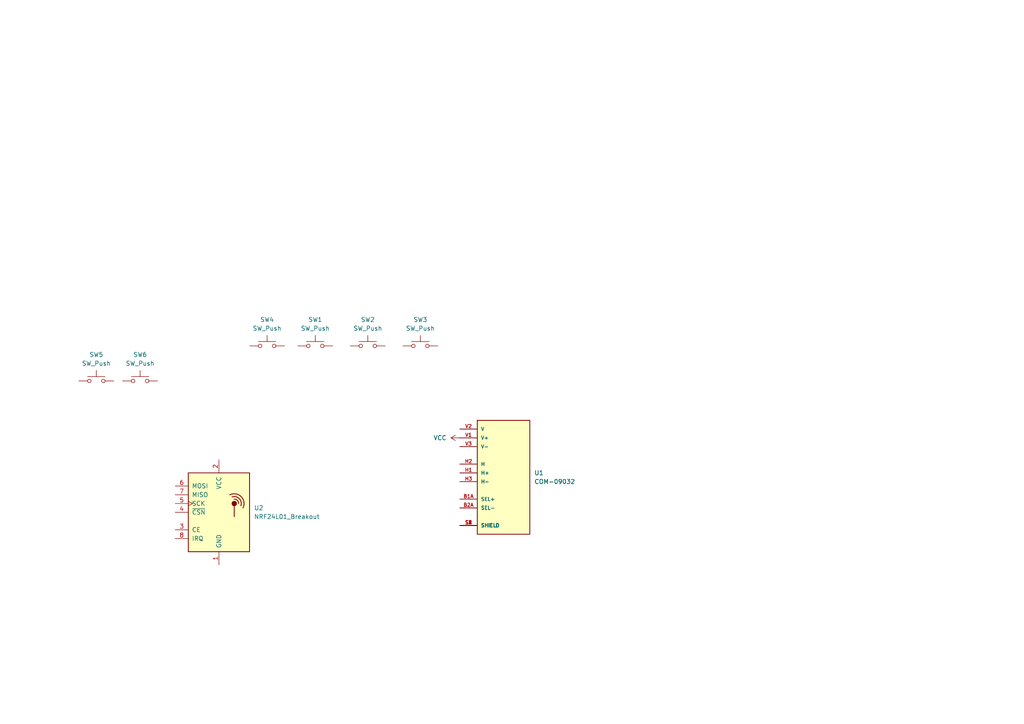
<source format=kicad_sch>
(kicad_sch (version 20250114) (generator "eeschema") (generator_version "9.0")
  (paper "A4")
  (lib_symbols
    (symbol "Joys:COM-09032" (pin_names (offset 1.016))
      (property "Reference" "U" (at -7.62 16.002 0))
      (property "Value" "COM-09032" (at -7.62 -20.32 0))
      (symbol "COM-09032_0_0"
        (rectangle (start -7.62 -17.78) (end 7.62 15.24) (stroke (width 0.254)) (fill (type background)))
        (pin passive line (at -12.7 12.7 0) (length 5.08) (name "V") (number "V2"))
        (pin passive line (at -12.7 10.16 0) (length 5.08) (name "V+") (number "V1"))
        (pin passive line (at -12.7 7.62 0) (length 5.08) (name "V-") (number "V3"))
        (pin passive line (at -12.7 2.54 0) (length 5.08) (name "H") (number "H2"))
        (pin passive line (at -12.7 0 0) (length 5.08) (name "H+") (number "H1"))
        (pin passive line (at -12.7 -2.54 0) (length 5.08) (name "H-") (number "H3"))
        (pin passive line (at -12.7 -7.62 0) (length 5.08) (name "SEL+") (number "B1A"))
        (pin passive line (at -12.7 -10.16 0) (length 5.08) (name "SEL-") (number "B2A"))
        (pin passive line (at -12.7 -15.24 0) (length 5.08) (name "SHIELD") (number "S1"))
        (pin passive line (at -12.7 -15.24 0) (length 5.08) (name "SHIELD") (number "S2"))
        (pin passive line (at -12.7 -15.24 0) (length 5.08) (name "SHIELD") (number "S3"))
        (pin passive line (at -12.7 -15.24 0) (length 5.08) (name "SHIELD") (number "S4"))
      )
    )
    (symbol "RF:NRF24L01_Breakout" (pin_names (offset 1.016))
      (property "Reference" "U" (at -8.89 12.7 0))
      (property "Value" "NRF24L01_Breakout" (at 3.81 12.7 0))
      (symbol "NRF24L01_Breakout_0_1"
        (rectangle (start -8.89 11.43) (end 8.89 -11.43) (stroke (width 0.254)) (fill (type background)))
        (arc (start 3.175 5.08) (mid 6.453 4.548) (end 6.985 1.27) (stroke (width 0.254)))
        (circle (center 4.445 2.54) (radius 0.635) (stroke (width 0.254)) (fill (type outline)))
        (polyline (pts (xy 4.445 1.905) (xy 4.445 -1.27)) (stroke (width 0.254)))
        (arc (start 3.81 4.445) (mid 5.8835 3.9785) (end 6.35 1.905) (stroke (width 0.254)))
        (arc (start 4.445 3.81) (mid 5.3558 3.4508) (end 5.715 2.54) (stroke (width 0.254)))
      )
      (symbol "NRF24L01_Breakout_1_1"
        (pin input line (at -12.7 7.62 0) (length 3.81) (name "MOSI") (number "6"))
        (pin output line (at -12.7 5.08 0) (length 3.81) (name "MISO") (number "7"))
        (pin input clock (at -12.7 2.54 0) (length 3.81) (name "SCK") (number "5"))
        (pin input line (at -12.7 0 0) (length 3.81) (name "~{CSN}") (number "4"))
        (pin input line (at -12.7 -5.08 0) (length 3.81) (name "CE") (number "3"))
        (pin output line (at -12.7 -7.62 0) (length 3.81) (name "IRQ") (number "8"))
        (pin power_in line (at 0 15.24 270) (length 3.81) (name "VCC") (number "2"))
        (pin power_in line (at 0 -15.24 90) (length 3.81) (name "GND") (number "1"))
      )
    )
    (symbol "Switch:SW_Push" (pin_numbers (hide yes)) (pin_names (offset 1.016) (hide yes))
      (property "Reference" "SW" (at 1.27 2.54 0))
      (property "Value" "SW_Push" (at 0 -1.524 0))
      (symbol "SW_Push_0_1"
        (circle (center -2.032 0) (radius 0.508))
        (polyline (pts (xy 0 1.27) (xy 0 3.048)))
        (circle (center 2.032 0) (radius 0.508))
        (polyline (pts (xy 2.54 1.27) (xy -2.54 1.27)))
        (pin passive line (at -5.08 0 0) (length 2.54) (name "1") (number "1"))
        (pin passive line (at 5.08 0 180) (length 2.54) (name "2") (number "2"))
      )
    )
    (symbol "power:VCC" (power) (pin_numbers (hide yes)) (pin_names (offset 0) (hide yes))
      (property "Value" "VCC" (at 0 3.556 0))
      (symbol "VCC_0_1"
        (polyline (pts (xy -0.762 1.27) (xy 0 2.54)))
        (polyline (pts (xy 0 2.54) (xy 0.762 1.27)))
        (polyline (pts (xy 0 0) (xy 0 2.54)))
      )
      (symbol "VCC_1_1"
        (pin power_in line (at 0 0 90) (length 0) (name "~") (number "1"))
      )
    )
  )
  (symbol (lib_id "Switch:SW_Push") (at 77.47 100.33 0) (unit 1)
    (property "Reference" "SW4" (at 77.47 92.71 0))
    (property "Value" "SW_Push" (at 77.47 95.25 0))
    (property "Description" "Push button switch, generic, two pins" (effects (hide yes)))
  )
  (symbol (lib_id "Switch:SW_Push") (at 27.94 110.49 0) (unit 1)
    (property "Reference" "SW5" (at 27.94 102.87 0))
    (property "Value" "SW_Push" (at 27.94 105.41 0))
    (property "Description" "Push button switch, generic, two pins" (effects (hide yes)))
  )
  (symbol (lib_id "Switch:SW_Push") (at 106.68 100.33 0) (unit 1)
    (property "Reference" "SW2" (at 106.68 92.71 0))
    (property "Value" "SW_Push" (at 106.68 95.25 0))
    (property "Description" "Push button switch, generic, two pins" (effects (hide yes)))
  )
  (symbol (lib_id "power:VCC") (at 133.35 127 90) (unit 1)
    (property "Reference" "#PWR01" (effects (hide yes)))
    (property "Value" "VCC" (at 129.54 126.9999 90) (effects (justify left)))
    (property "Description" "Power symbol creates a global label with name \"VCC\"" (effects (hide yes)))
  )
  (symbol (lib_id "Switch:SW_Push") (at 91.44 100.33 0) (unit 1)
    (property "Reference" "SW1" (at 91.44 92.71 0))
    (property "Value" "SW_Push" (at 91.44 95.25 0))
    (property "Description" "Push button switch, generic, two pins" (effects (hide yes)))
  )
  (symbol (lib_id "Joys:COM-09032") (at 146.05 137.16 0) (unit 1)
    (property "Reference" "U1" (at 154.94 137.1599 0) (effects (justify left)))
    (property "Value" "COM-09032" (at 154.94 139.6999 0) (effects (justify left)))
    (property "Footprint" "Joys:XDCR_COM-09032" (effects (hide yes)))
    (property "MF" "SparkFun Electronics" (effects (hide yes)))
    (property "MAXIMUM_PACKAGE_HEIGHT" "30.1mm" (effects (hide yes)))
    (property "Package" "Package" (effects (hide yes)))
    (property "Price" "None" (effects (hide yes)))
    (property "Check_prices" "https://www.snapeda.com/parts/COM-09032/SparkFun/view-part/?ref=eda" (effects (hide yes)))
    (property "STANDARD" "Manufacturer Recommendations" (effects (hide yes)))
    (property "PARTREV" "N/A" (effects (hide yes)))
    (property "SnapEDA_Link" "https://www.snapeda.com/parts/COM-09032/SparkFun/view-part/?ref=snap" (effects (hide yes)))
    (property "MP" "COM-09032" (effects (hide yes)))
    (property "Description_1" "Joystick, 2 - Axis Analog (Resistive) Output" (effects (hide yes)))
    (property "Availability" "In Stock" (effects (hide yes)))
    (property "MANUFACTURER" "SparkFun Electronics" (effects (hide yes)))
  )
  (symbol (lib_id "Switch:SW_Push") (at 40.64 110.49 0) (unit 1)
    (property "Reference" "SW6" (at 40.64 102.87 0))
    (property "Value" "SW_Push" (at 40.64 105.41 0))
    (property "Description" "Push button switch, generic, two pins" (effects (hide yes)))
  )
  (symbol (lib_id "RF:NRF24L01_Breakout") (at 63.5 148.59 0) (unit 1)
    (property "Reference" "U2" (at 73.66 147.3199 0) (effects (justify left)))
    (property "Value" "NRF24L01_Breakout" (at 73.66 149.8599 0) (effects (justify left)))
    (property "Footprint" "RF_Module:nRF24L01_Breakout" (effects (hide yes)))
    (property "Datasheet" "http://www.nordicsemi.com/eng/content/download/2730/34105/file/nRF24L01_Product_Specification_v2_0.pdf" (effects (hide yes)))
    (property "Description" "Ultra low power 2.4GHz RF Transceiver, Carrier PCB" (effects (hide yes)))
  )
  (symbol (lib_id "Switch:SW_Push") (at 121.92 100.33 0) (unit 1)
    (property "Reference" "SW3" (at 121.92 92.71 0))
    (property "Value" "SW_Push" (at 121.92 95.25 0))
    (property "Description" "Push button switch, generic, two pins" (effects (hide yes)))
  )
)
</source>
